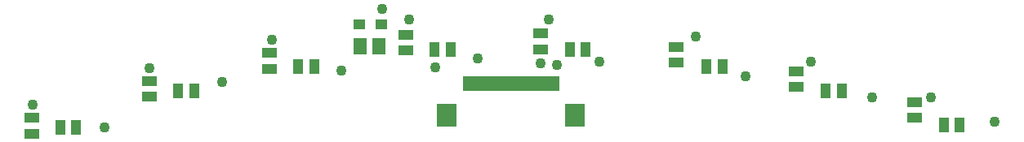
<source format=gbr>
%TF.GenerationSoftware,Altium Limited,Altium Designer,24.7.2 (38)*%
G04 Layer_Color=8388736*
%FSLAX45Y45*%
%MOMM*%
%TF.SameCoordinates,B6918A48-4A74-411C-9F4E-45D1434950E3*%
%TF.FilePolarity,Negative*%
%TF.FileFunction,Soldermask,Top*%
%TF.Part,Single*%
G01*
G75*
%TA.AperFunction,SMDPad,CuDef*%
%ADD11R,1.25000X1.10000*%
%ADD27R,1.05320X1.55320*%
%ADD28R,1.55320X1.05320*%
%ADD29R,1.40320X1.65320*%
%ADD30R,2.00320X2.40320*%
%ADD31R,0.50320X1.50320*%
%TA.AperFunction,ViaPad*%
%ADD32C,1.10320*%
D11*
X13904919Y6245382D02*
D03*
X14139922D02*
D03*
D27*
X10973999Y5168758D02*
D03*
X10809000D02*
D03*
X13440298Y5801959D02*
D03*
X13275301D02*
D03*
X14852599Y5979160D02*
D03*
X14687601D02*
D03*
X16254678D02*
D03*
X16089680D02*
D03*
X17671999Y5801360D02*
D03*
X17507001D02*
D03*
X18910300Y5547360D02*
D03*
X18745302D02*
D03*
X12031101Y5548361D02*
D03*
X12196100D02*
D03*
X19969501Y5194259D02*
D03*
X20134499D02*
D03*
D28*
X15791180Y6150559D02*
D03*
Y5985561D02*
D03*
X17195799Y6010859D02*
D03*
Y5845861D02*
D03*
X18440401Y5756859D02*
D03*
Y5591861D02*
D03*
X19664600Y5435458D02*
D03*
Y5270459D02*
D03*
X10513700Y5106162D02*
D03*
Y5271160D02*
D03*
X11732600Y5491262D02*
D03*
Y5656260D02*
D03*
X12976799Y5782960D02*
D03*
Y5947959D02*
D03*
X14389101Y5972861D02*
D03*
Y6137859D02*
D03*
D29*
X14112921Y6016782D02*
D03*
X13912921D02*
D03*
D30*
X16146301Y5300000D02*
D03*
X14816302D02*
D03*
D31*
X15956300Y5624998D02*
D03*
X15906297D02*
D03*
X15856300D02*
D03*
X15806297D02*
D03*
X15756300D02*
D03*
X15706297D02*
D03*
X15656300D02*
D03*
X15606297D02*
D03*
X15556300D02*
D03*
X15506299D02*
D03*
X15456300D02*
D03*
X15406299D02*
D03*
X15356302D02*
D03*
X15306299D02*
D03*
X15256302D02*
D03*
X15206299D02*
D03*
X15156302D02*
D03*
X15106299D02*
D03*
X15056302D02*
D03*
X15006300D02*
D03*
D32*
X14427200Y6299200D02*
D03*
X15138400Y5892800D02*
D03*
X15875000Y6299200D02*
D03*
X17399001Y6121400D02*
D03*
X19837399Y5486400D02*
D03*
X20497800Y5232400D02*
D03*
X14146272Y6409948D02*
D03*
X14693900Y5798820D02*
D03*
X10521691Y5406649D02*
D03*
X11265911Y5167889D02*
D03*
X11735811Y5785109D02*
D03*
X12484100Y5641340D02*
D03*
X13000731Y6082289D02*
D03*
X13721080Y5765800D02*
D03*
X16398241Y5852160D02*
D03*
X17909540Y5699760D02*
D03*
X18590260Y5852160D02*
D03*
X15789651Y5838449D02*
D03*
X15958820Y5819140D02*
D03*
X19227800Y5486400D02*
D03*
%TF.MD5,0835e7f6f1d3a89f3edb922a972c1fcc*%
M02*

</source>
